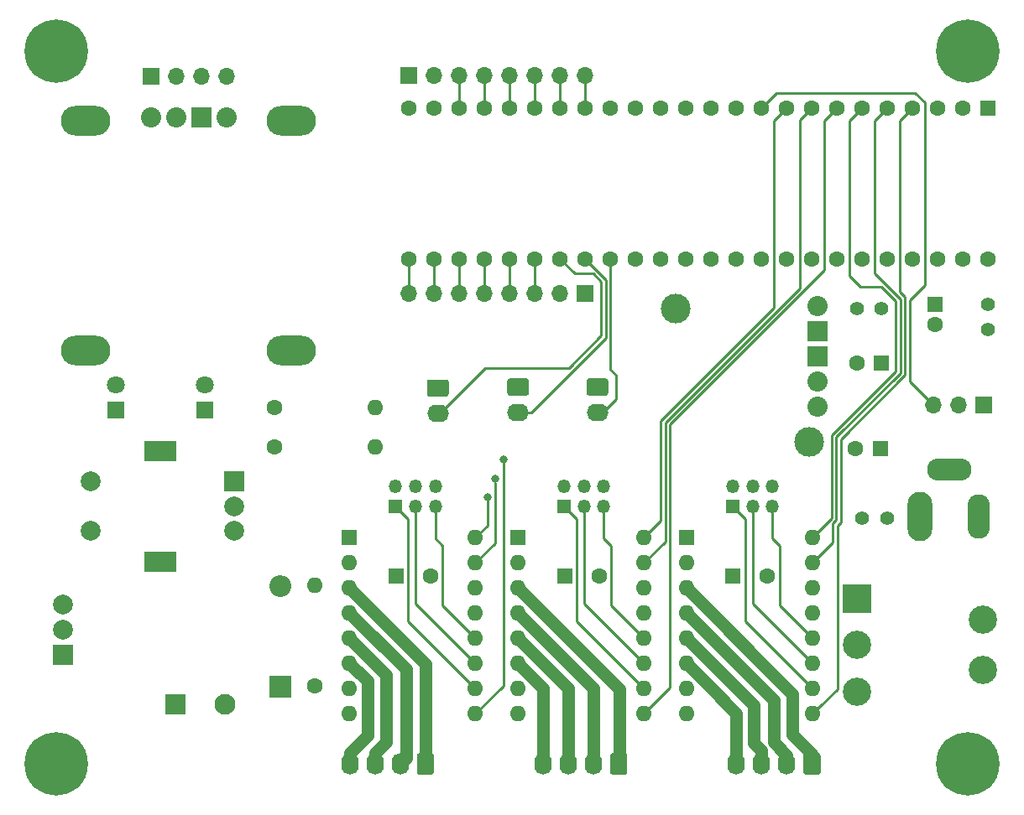
<source format=gbr>
%TF.GenerationSoftware,KiCad,Pcbnew,(5.1.6)-1*%
%TF.CreationDate,2020-11-25T15:39:46-05:00*%
%TF.ProjectId,CNC_Board,434e435f-426f-4617-9264-2e6b69636164,rev?*%
%TF.SameCoordinates,Original*%
%TF.FileFunction,Copper,L1,Top*%
%TF.FilePolarity,Positive*%
%FSLAX46Y46*%
G04 Gerber Fmt 4.6, Leading zero omitted, Abs format (unit mm)*
G04 Created by KiCad (PCBNEW (5.1.6)-1) date 2020-11-25 15:39:46*
%MOMM*%
%LPD*%
G01*
G04 APERTURE LIST*
%TA.AperFunction,ComponentPad*%
%ADD10O,5.000000X3.000000*%
%TD*%
%TA.AperFunction,ComponentPad*%
%ADD11C,2.040000*%
%TD*%
%TA.AperFunction,ComponentPad*%
%ADD12R,2.040000X2.040000*%
%TD*%
%TA.AperFunction,ComponentPad*%
%ADD13C,1.600000*%
%TD*%
%TA.AperFunction,ComponentPad*%
%ADD14R,1.600000X1.600000*%
%TD*%
%TA.AperFunction,ComponentPad*%
%ADD15C,3.000000*%
%TD*%
%TA.AperFunction,ComponentPad*%
%ADD16C,6.400000*%
%TD*%
%TA.AperFunction,ComponentPad*%
%ADD17R,2.000000X2.000000*%
%TD*%
%TA.AperFunction,ComponentPad*%
%ADD18C,2.000000*%
%TD*%
%TA.AperFunction,ComponentPad*%
%ADD19R,3.200000X2.000000*%
%TD*%
%TA.AperFunction,ComponentPad*%
%ADD20C,2.850000*%
%TD*%
%TA.AperFunction,ComponentPad*%
%ADD21R,2.850000X2.850000*%
%TD*%
%TA.AperFunction,ComponentPad*%
%ADD22O,1.600000X1.600000*%
%TD*%
%TA.AperFunction,ComponentPad*%
%ADD23O,1.700000X1.700000*%
%TD*%
%TA.AperFunction,ComponentPad*%
%ADD24R,1.700000X1.700000*%
%TD*%
%TA.AperFunction,ComponentPad*%
%ADD25O,1.740000X2.190000*%
%TD*%
%TA.AperFunction,ComponentPad*%
%ADD26C,2.100000*%
%TD*%
%TA.AperFunction,ComponentPad*%
%ADD27R,2.100000X2.100000*%
%TD*%
%TA.AperFunction,ComponentPad*%
%ADD28O,1.350000X1.350000*%
%TD*%
%TA.AperFunction,ComponentPad*%
%ADD29R,1.350000X1.350000*%
%TD*%
%TA.AperFunction,ComponentPad*%
%ADD30O,4.500000X2.250000*%
%TD*%
%TA.AperFunction,ComponentPad*%
%ADD31O,2.250000X4.500000*%
%TD*%
%TA.AperFunction,ComponentPad*%
%ADD32O,2.500000X5.000000*%
%TD*%
%TA.AperFunction,ComponentPad*%
%ADD33O,2.190000X1.740000*%
%TD*%
%TA.AperFunction,ComponentPad*%
%ADD34O,2.200000X2.200000*%
%TD*%
%TA.AperFunction,ComponentPad*%
%ADD35R,2.200000X2.200000*%
%TD*%
%TA.AperFunction,ComponentPad*%
%ADD36C,1.800000*%
%TD*%
%TA.AperFunction,ComponentPad*%
%ADD37R,1.800000X1.800000*%
%TD*%
%TA.AperFunction,ComponentPad*%
%ADD38C,1.400000*%
%TD*%
%TA.AperFunction,ViaPad*%
%ADD39C,0.800000*%
%TD*%
%TA.AperFunction,Conductor*%
%ADD40C,0.250000*%
%TD*%
%TA.AperFunction,Conductor*%
%ADD41C,1.250000*%
%TD*%
G04 APERTURE END LIST*
D10*
%TO.P,U3,MP*%
%TO.N,N/C*%
X98000000Y-108250000D03*
X118700000Y-108250000D03*
X98000000Y-85050000D03*
X118700000Y-85050000D03*
D11*
%TO.P,U3,4*%
%TO.N,I2C_SDA*%
X104580000Y-84700000D03*
%TO.P,U3,3*%
%TO.N,I2C_SCL*%
X107120000Y-84700000D03*
D12*
%TO.P,U3,2*%
%TO.N,GND*%
X109660000Y-84700000D03*
D11*
%TO.P,U3,1*%
%TO.N,3.3_V*%
X112200000Y-84700000D03*
%TD*%
D13*
%TO.P,U1,17*%
%TO.N,D25*%
X148360000Y-83780000D03*
%TO.P,U1,18*%
%TO.N,D26_TX1*%
X145820000Y-83780000D03*
%TO.P,U1,19*%
%TO.N,D27_RX1*%
X143280000Y-83780000D03*
%TO.P,U1,20*%
%TO.N,D28*%
X140740000Y-83780000D03*
%TO.P,U1,16*%
%TO.N,Net-(U1-Pad16)*%
X150900000Y-83780000D03*
%TO.P,U1,15*%
%TO.N,Net-(U1-Pad15)*%
X153440000Y-83780000D03*
%TO.P,U1,14*%
%TO.N,Rot_B*%
X155980000Y-83780000D03*
%TO.P,U1,21*%
%TO.N,D29_PWM*%
X138200000Y-83780000D03*
%TO.P,U1,22*%
%TO.N,D30_PWM*%
X135660000Y-83780000D03*
%TO.P,U1,23*%
%TO.N,Net-(U1-Pad23)*%
X133120000Y-83780000D03*
%TO.P,U1,24*%
%TO.N,Net-(U1-Pad24)*%
X130580000Y-83780000D03*
%TO.P,U1,30*%
%TO.N,A14_TX5*%
X130580000Y-99020000D03*
%TO.P,U1,31*%
%TO.N,A15_RX5*%
X133120000Y-99020000D03*
%TO.P,U1,32*%
%TO.N,A16_PWM*%
X135660000Y-99020000D03*
%TO.P,U1,33*%
%TO.N,A17_PWM*%
X138200000Y-99020000D03*
%TO.P,U1,34*%
%TO.N,A18_PWM_SDL1*%
X140740000Y-99020000D03*
%TO.P,U1,35*%
%TO.N,A19_PWM_SDA1*%
X143280000Y-99020000D03*
%TO.P,U1,36*%
%TO.N,Limit_1*%
X145820000Y-99020000D03*
%TO.P,U1,37*%
%TO.N,Limit_2*%
X148360000Y-99020000D03*
%TO.P,U1,13*%
%TO.N,Rot_A*%
X158520000Y-83780000D03*
%TO.P,U1,12*%
%TO.N,Button*%
X161060000Y-83780000D03*
%TO.P,U1,11*%
%TO.N,Solenoid*%
X163600000Y-83780000D03*
%TO.P,U1,10*%
%TO.N,Servo_PWM*%
X166140000Y-83780000D03*
%TO.P,U1,9*%
%TO.N,DIRECTION_2*%
X168680000Y-83780000D03*
%TO.P,U1,8*%
%TO.N,STEP_2*%
X171220000Y-83780000D03*
%TO.P,U1,7*%
%TO.N,ENABLE_2*%
X173760000Y-83780000D03*
%TO.P,U1,6*%
%TO.N,DIRECTION_1*%
X176300000Y-83780000D03*
%TO.P,U1,5*%
%TO.N,STEP_1*%
X178840000Y-83780000D03*
%TO.P,U1,4*%
%TO.N,ENABLE_1*%
X181380000Y-83780000D03*
%TO.P,U1,3*%
%TO.N,Net-(U1-Pad3)*%
X183920000Y-83780000D03*
%TO.P,U1,2*%
%TO.N,Net-(U1-Pad2)*%
X186460000Y-83780000D03*
D14*
%TO.P,U1,1*%
%TO.N,GND*%
X189000000Y-83780000D03*
D13*
%TO.P,U1,38*%
%TO.N,Limit_3*%
X150900000Y-99020000D03*
%TO.P,U1,39*%
%TO.N,GND*%
X153440000Y-99020000D03*
%TO.P,U1,40*%
%TO.N,Green_LED*%
X155980000Y-99020000D03*
%TO.P,U1,41*%
%TO.N,Red_LED*%
X158520000Y-99020000D03*
%TO.P,U1,42*%
%TO.N,Net-(U1-Pad42)*%
X161060000Y-99020000D03*
%TO.P,U1,43*%
%TO.N,I2C_SCL*%
X163600000Y-99020000D03*
%TO.P,U1,44*%
%TO.N,I2C_SDA*%
X166140000Y-99020000D03*
%TO.P,U1,45*%
%TO.N,Net-(U1-Pad45)*%
X168680000Y-99020000D03*
%TO.P,U1,46*%
%TO.N,Net-(U1-Pad46)*%
X171220000Y-99020000D03*
%TO.P,U1,47*%
%TO.N,Net-(U1-Pad47)*%
X173760000Y-99020000D03*
%TO.P,U1,48*%
%TO.N,ENABLE_3*%
X176300000Y-99020000D03*
%TO.P,U1,49*%
%TO.N,STEP_3*%
X178840000Y-99020000D03*
%TO.P,U1,50*%
%TO.N,DIRECTION_3*%
X181380000Y-99020000D03*
%TO.P,U1,51*%
%TO.N,3.3_V*%
X183920000Y-99020000D03*
%TO.P,U1,52*%
%TO.N,GND*%
X186460000Y-99020000D03*
%TO.P,U1,53*%
%TO.N,5_V*%
X189000000Y-99020000D03*
%TD*%
D15*
%TO.P,5V Reg,M*%
%TO.N,N/C*%
X171000000Y-117500000D03*
X157500000Y-104000000D03*
D11*
%TO.P,5V Reg,5*%
%TO.N,5_V*%
X171830000Y-103810000D03*
D12*
%TO.P,5V Reg,4*%
%TO.N,GND*%
X171830000Y-106350000D03*
%TO.P,5V Reg,3*%
X171830000Y-108890000D03*
D11*
%TO.P,5V Reg,2*%
%TO.N,12_V*%
X171830000Y-111430000D03*
%TO.P,5V Reg,1*%
%TO.N,Net-(U2-Pad1)*%
X171830000Y-113970000D03*
%TD*%
D16*
%TO.P,REF\u002A\u002A,1*%
%TO.N,N/C*%
X95000000Y-78000000D03*
%TD*%
%TO.P,REF\u002A\u002A,1*%
%TO.N,N/C*%
X95000000Y-150000000D03*
%TD*%
%TO.P,REF\u002A\u002A,1*%
%TO.N,N/C*%
X187000000Y-78000000D03*
%TD*%
%TO.P,REF\u002A\u002A,1*%
%TO.N,N/C*%
X187000000Y-150000000D03*
%TD*%
D13*
%TO.P,C3,2*%
%TO.N,GND*%
X132800000Y-131000000D03*
D14*
%TO.P,C3,1*%
%TO.N,12_V*%
X129300000Y-131000000D03*
%TD*%
D13*
%TO.P,C2,2*%
%TO.N,GND*%
X149800000Y-131000000D03*
D14*
%TO.P,C2,1*%
%TO.N,12_V*%
X146300000Y-131000000D03*
%TD*%
D13*
%TO.P,C1,2*%
%TO.N,GND*%
X166750000Y-131000000D03*
D14*
%TO.P,C1,1*%
%TO.N,12_V*%
X163250000Y-131000000D03*
%TD*%
D17*
%TO.P,SW1,A*%
%TO.N,Rot_A*%
X113000000Y-121500000D03*
D18*
%TO.P,SW1,C*%
%TO.N,GND*%
X113000000Y-124000000D03*
%TO.P,SW1,B*%
%TO.N,Rot_B*%
X113000000Y-126500000D03*
D19*
%TO.P,SW1,MP*%
%TO.N,N/C*%
X105500000Y-118400000D03*
X105500000Y-129600000D03*
D18*
%TO.P,SW1,S2*%
%TO.N,GND*%
X98500000Y-121500000D03*
%TO.P,SW1,S1*%
%TO.N,Button*%
X98500000Y-126500000D03*
%TD*%
D20*
%TO.P,S1,4*%
%TO.N,Net-(S1-Pad4)*%
X188500000Y-140540000D03*
X188500000Y-135460000D03*
%TO.P,S1,3*%
%TO.N,Net-(S1-Pad3)*%
X175800000Y-142700000D03*
%TO.P,S1,2*%
%TO.N,Net-(J7-Pad1)*%
X175800000Y-138000000D03*
D21*
%TO.P,S1,1*%
%TO.N,12_V*%
X175800000Y-133300000D03*
%TD*%
D22*
%TO.P,R3,2*%
%TO.N,GND*%
X121100000Y-131990000D03*
D13*
%TO.P,R3,1*%
%TO.N,Solenoid*%
X121100000Y-142150000D03*
%TD*%
D22*
%TO.P,R2,2*%
%TO.N,Green_LED*%
X127160000Y-118000000D03*
D13*
%TO.P,R2,1*%
%TO.N,Net-(D2-Pad2)*%
X117000000Y-118000000D03*
%TD*%
D22*
%TO.P,R1,2*%
%TO.N,Red_LED*%
X127160000Y-114000000D03*
D13*
%TO.P,R1,1*%
%TO.N,Net-(D1-Pad2)*%
X117000000Y-114000000D03*
%TD*%
D18*
%TO.P,Q1,3*%
%TO.N,GND*%
X95700000Y-133920000D03*
%TO.P,Q1,2*%
%TO.N,Net-(D3-Pad2)*%
X95700000Y-136460000D03*
D17*
%TO.P,Q1,1*%
%TO.N,Solenoid*%
X95700000Y-139000000D03*
%TD*%
D23*
%TO.P,J14,3*%
%TO.N,Servo_PWM*%
X183500000Y-113750000D03*
%TO.P,J14,2*%
%TO.N,5_V*%
X186040000Y-113750000D03*
D24*
%TO.P,J14,1*%
%TO.N,GND*%
X188580000Y-113750000D03*
%TD*%
D25*
%TO.P,J13,4*%
%TO.N,Net-(A3-Pad6)*%
X124630000Y-150000000D03*
%TO.P,J13,3*%
%TO.N,Net-(A3-Pad5)*%
X127170000Y-150000000D03*
%TO.P,J13,2*%
%TO.N,Net-(A3-Pad4)*%
X129710000Y-150000000D03*
%TO.P,J13,1*%
%TO.N,Net-(A3-Pad3)*%
%TA.AperFunction,ComponentPad*%
G36*
G01*
X133120000Y-149154999D02*
X133120000Y-150845001D01*
G75*
G02*
X132870001Y-151095000I-249999J0D01*
G01*
X131629999Y-151095000D01*
G75*
G02*
X131380000Y-150845001I0J249999D01*
G01*
X131380000Y-149154999D01*
G75*
G02*
X131629999Y-148905000I249999J0D01*
G01*
X132870001Y-148905000D01*
G75*
G02*
X133120000Y-149154999I0J-249999D01*
G01*
G37*
%TD.AperFunction*%
%TD*%
D26*
%TO.P,J15,2*%
%TO.N,Net-(D3-Pad2)*%
X112000000Y-144000000D03*
D27*
%TO.P,J15,1*%
%TO.N,12_V*%
X107000000Y-144000000D03*
%TD*%
D28*
%TO.P,J12,6*%
%TO.N,3.3_V*%
X133250000Y-122000000D03*
%TO.P,J12,5*%
%TO.N,Net-(A3-Pad12)*%
X133250000Y-124000000D03*
%TO.P,J12,4*%
%TO.N,3.3_V*%
X131250000Y-122000000D03*
%TO.P,J12,3*%
%TO.N,Net-(A3-Pad11)*%
X131250000Y-124000000D03*
%TO.P,J12,2*%
%TO.N,3.3_V*%
X129250000Y-122000000D03*
D29*
%TO.P,J12,1*%
%TO.N,Net-(A3-Pad10)*%
X129250000Y-124000000D03*
%TD*%
D25*
%TO.P,J11,4*%
%TO.N,Net-(A2-Pad6)*%
X144130000Y-150000000D03*
%TO.P,J11,3*%
%TO.N,Net-(A2-Pad5)*%
X146670000Y-150000000D03*
%TO.P,J11,2*%
%TO.N,Net-(A2-Pad4)*%
X149210000Y-150000000D03*
%TO.P,J11,1*%
%TO.N,Net-(A2-Pad3)*%
%TA.AperFunction,ComponentPad*%
G36*
G01*
X152620000Y-149154999D02*
X152620000Y-150845001D01*
G75*
G02*
X152370001Y-151095000I-249999J0D01*
G01*
X151129999Y-151095000D01*
G75*
G02*
X150880000Y-150845001I0J249999D01*
G01*
X150880000Y-149154999D01*
G75*
G02*
X151129999Y-148905000I249999J0D01*
G01*
X152370001Y-148905000D01*
G75*
G02*
X152620000Y-149154999I0J-249999D01*
G01*
G37*
%TD.AperFunction*%
%TD*%
D28*
%TO.P,J10,6*%
%TO.N,3.3_V*%
X150250000Y-122000000D03*
%TO.P,J10,5*%
%TO.N,Net-(A2-Pad12)*%
X150250000Y-124000000D03*
%TO.P,J10,4*%
%TO.N,3.3_V*%
X148250000Y-122000000D03*
%TO.P,J10,3*%
%TO.N,Net-(A2-Pad11)*%
X148250000Y-124000000D03*
%TO.P,J10,2*%
%TO.N,3.3_V*%
X146250000Y-122000000D03*
D29*
%TO.P,J10,1*%
%TO.N,Net-(A2-Pad10)*%
X146250000Y-124000000D03*
%TD*%
D25*
%TO.P,J9,4*%
%TO.N,Net-(A1-Pad6)*%
X163630000Y-150000000D03*
%TO.P,J9,3*%
%TO.N,Net-(A1-Pad5)*%
X166170000Y-150000000D03*
%TO.P,J9,2*%
%TO.N,Net-(A1-Pad4)*%
X168710000Y-150000000D03*
%TO.P,J9,1*%
%TO.N,Net-(A1-Pad3)*%
%TA.AperFunction,ComponentPad*%
G36*
G01*
X172120000Y-149154999D02*
X172120000Y-150845001D01*
G75*
G02*
X171870001Y-151095000I-249999J0D01*
G01*
X170629999Y-151095000D01*
G75*
G02*
X170380000Y-150845001I0J249999D01*
G01*
X170380000Y-149154999D01*
G75*
G02*
X170629999Y-148905000I249999J0D01*
G01*
X171870001Y-148905000D01*
G75*
G02*
X172120000Y-149154999I0J-249999D01*
G01*
G37*
%TD.AperFunction*%
%TD*%
D28*
%TO.P,J8,6*%
%TO.N,3.3_V*%
X167250000Y-122000000D03*
%TO.P,J8,5*%
%TO.N,Net-(A1-Pad12)*%
X167250000Y-124000000D03*
%TO.P,J8,4*%
%TO.N,3.3_V*%
X165250000Y-122000000D03*
%TO.P,J8,3*%
%TO.N,Net-(A1-Pad11)*%
X165250000Y-124000000D03*
%TO.P,J8,2*%
%TO.N,3.3_V*%
X163250000Y-122000000D03*
D29*
%TO.P,J8,1*%
%TO.N,Net-(A1-Pad10)*%
X163250000Y-124000000D03*
%TD*%
D30*
%TO.P,J7,3*%
%TO.N,Net-(J7-Pad3)*%
X185100000Y-120300000D03*
D31*
%TO.P,J7,2*%
%TO.N,GND*%
X188100000Y-125000000D03*
D32*
%TO.P,J7,1*%
%TO.N,Net-(J7-Pad1)*%
X182100000Y-125000000D03*
%TD*%
D33*
%TO.P,J6,2*%
%TO.N,Limit_3*%
X149600000Y-114490000D03*
%TO.P,J6,1*%
%TO.N,GND*%
%TA.AperFunction,ComponentPad*%
G36*
G01*
X148754999Y-111080000D02*
X150445001Y-111080000D01*
G75*
G02*
X150695000Y-111329999I0J-249999D01*
G01*
X150695000Y-112570001D01*
G75*
G02*
X150445001Y-112820000I-249999J0D01*
G01*
X148754999Y-112820000D01*
G75*
G02*
X148505000Y-112570001I0J249999D01*
G01*
X148505000Y-111329999D01*
G75*
G02*
X148754999Y-111080000I249999J0D01*
G01*
G37*
%TD.AperFunction*%
%TD*%
%TO.P,J5,2*%
%TO.N,Limit_2*%
X141600000Y-114490000D03*
%TO.P,J5,1*%
%TO.N,GND*%
%TA.AperFunction,ComponentPad*%
G36*
G01*
X140754999Y-111080000D02*
X142445001Y-111080000D01*
G75*
G02*
X142695000Y-111329999I0J-249999D01*
G01*
X142695000Y-112570001D01*
G75*
G02*
X142445001Y-112820000I-249999J0D01*
G01*
X140754999Y-112820000D01*
G75*
G02*
X140505000Y-112570001I0J249999D01*
G01*
X140505000Y-111329999D01*
G75*
G02*
X140754999Y-111080000I249999J0D01*
G01*
G37*
%TD.AperFunction*%
%TD*%
%TO.P,J4,2*%
%TO.N,Limit_1*%
X133500000Y-114590000D03*
%TO.P,J4,1*%
%TO.N,GND*%
%TA.AperFunction,ComponentPad*%
G36*
G01*
X132654999Y-111180000D02*
X134345001Y-111180000D01*
G75*
G02*
X134595000Y-111429999I0J-249999D01*
G01*
X134595000Y-112670001D01*
G75*
G02*
X134345001Y-112920000I-249999J0D01*
G01*
X132654999Y-112920000D01*
G75*
G02*
X132405000Y-112670001I0J249999D01*
G01*
X132405000Y-111429999D01*
G75*
G02*
X132654999Y-111180000I249999J0D01*
G01*
G37*
%TD.AperFunction*%
%TD*%
D23*
%TO.P,J3,4*%
%TO.N,3.3_V*%
X112220000Y-80550000D03*
%TO.P,J3,3*%
%TO.N,GND*%
X109680000Y-80550000D03*
%TO.P,J3,2*%
%TO.N,I2C_SCL*%
X107140000Y-80550000D03*
D24*
%TO.P,J3,1*%
%TO.N,I2C_SDA*%
X104600000Y-80550000D03*
%TD*%
D23*
%TO.P,J2,8*%
%TO.N,D25*%
X148340000Y-80500000D03*
%TO.P,J2,7*%
%TO.N,D26_TX1*%
X145800000Y-80500000D03*
%TO.P,J2,6*%
%TO.N,D27_RX1*%
X143260000Y-80500000D03*
%TO.P,J2,5*%
%TO.N,D28*%
X140720000Y-80500000D03*
%TO.P,J2,4*%
%TO.N,D29_PWM*%
X138180000Y-80500000D03*
%TO.P,J2,3*%
%TO.N,D30_PWM*%
X135640000Y-80500000D03*
%TO.P,J2,2*%
%TO.N,3.3_V*%
X133100000Y-80500000D03*
D24*
%TO.P,J2,1*%
%TO.N,GND*%
X130560000Y-80500000D03*
%TD*%
D23*
%TO.P,J1,8*%
%TO.N,A14_TX5*%
X130540000Y-102500000D03*
%TO.P,J1,7*%
%TO.N,A15_RX5*%
X133080000Y-102500000D03*
%TO.P,J1,6*%
%TO.N,A16_PWM*%
X135620000Y-102500000D03*
%TO.P,J1,5*%
%TO.N,A17_PWM*%
X138160000Y-102500000D03*
%TO.P,J1,4*%
%TO.N,A18_PWM_SDL1*%
X140700000Y-102500000D03*
%TO.P,J1,3*%
%TO.N,A19_PWM_SDA1*%
X143240000Y-102500000D03*
%TO.P,J1,2*%
%TO.N,3.3_V*%
X145780000Y-102500000D03*
D24*
%TO.P,J1,1*%
%TO.N,GND*%
X148320000Y-102500000D03*
%TD*%
D34*
%TO.P,D3,2*%
%TO.N,Net-(D3-Pad2)*%
X117600000Y-132040000D03*
D35*
%TO.P,D3,1*%
%TO.N,12_V*%
X117600000Y-142200000D03*
%TD*%
D36*
%TO.P,D2,2*%
%TO.N,Net-(D2-Pad2)*%
X101000000Y-111760000D03*
D37*
%TO.P,D2,1*%
%TO.N,GND*%
X101000000Y-114300000D03*
%TD*%
D36*
%TO.P,D1,2*%
%TO.N,Net-(D1-Pad2)*%
X110000000Y-111760000D03*
D37*
%TO.P,D1,1*%
%TO.N,GND*%
X110000000Y-114300000D03*
%TD*%
D38*
%TO.P,C9,2*%
%TO.N,GND*%
X175750000Y-104000000D03*
%TO.P,C9,1*%
%TO.N,5_V*%
X178250000Y-104000000D03*
%TD*%
D13*
%TO.P,C8,2*%
%TO.N,GND*%
X175750000Y-109500000D03*
D14*
%TO.P,C8,1*%
%TO.N,5_V*%
X178250000Y-109500000D03*
%TD*%
D38*
%TO.P,C7,2*%
%TO.N,GND*%
X176300000Y-125200000D03*
%TO.P,C7,1*%
%TO.N,12_V*%
X178800000Y-125200000D03*
%TD*%
D13*
%TO.P,C6,2*%
%TO.N,GND*%
X183650000Y-105600000D03*
D14*
%TO.P,C6,1*%
%TO.N,5_V*%
X183650000Y-103600000D03*
%TD*%
D13*
%TO.P,C5,2*%
%TO.N,GND*%
X175650000Y-118200000D03*
D14*
%TO.P,C5,1*%
%TO.N,12_V*%
X178150000Y-118200000D03*
%TD*%
D38*
%TO.P,C4,2*%
%TO.N,GND*%
X188950000Y-106100000D03*
%TO.P,C4,1*%
%TO.N,5_V*%
X188950000Y-103600000D03*
%TD*%
D22*
%TO.P,A3,16*%
%TO.N,DIRECTION_3*%
X137300000Y-127150000D03*
%TO.P,A3,8*%
%TO.N,12_V*%
X124600000Y-144930000D03*
%TO.P,A3,15*%
%TO.N,STEP_3*%
X137300000Y-129690000D03*
%TO.P,A3,7*%
%TO.N,GND*%
X124600000Y-142390000D03*
%TO.P,A3,14*%
%TO.N,3.3_V*%
X137300000Y-132230000D03*
%TO.P,A3,6*%
%TO.N,Net-(A3-Pad6)*%
X124600000Y-139850000D03*
%TO.P,A3,13*%
%TO.N,3.3_V*%
X137300000Y-134770000D03*
%TO.P,A3,5*%
%TO.N,Net-(A3-Pad5)*%
X124600000Y-137310000D03*
%TO.P,A3,12*%
%TO.N,Net-(A3-Pad12)*%
X137300000Y-137310000D03*
%TO.P,A3,4*%
%TO.N,Net-(A3-Pad4)*%
X124600000Y-134770000D03*
%TO.P,A3,11*%
%TO.N,Net-(A3-Pad11)*%
X137300000Y-139850000D03*
%TO.P,A3,3*%
%TO.N,Net-(A3-Pad3)*%
X124600000Y-132230000D03*
%TO.P,A3,10*%
%TO.N,Net-(A3-Pad10)*%
X137300000Y-142390000D03*
%TO.P,A3,2*%
%TO.N,Net-(A3-Pad2)*%
X124600000Y-129690000D03*
%TO.P,A3,9*%
%TO.N,ENABLE_3*%
X137300000Y-144930000D03*
D14*
%TO.P,A3,1*%
%TO.N,GND*%
X124600000Y-127150000D03*
%TD*%
D22*
%TO.P,A2,16*%
%TO.N,DIRECTION_2*%
X154300000Y-127150000D03*
%TO.P,A2,8*%
%TO.N,12_V*%
X141600000Y-144930000D03*
%TO.P,A2,15*%
%TO.N,STEP_2*%
X154300000Y-129690000D03*
%TO.P,A2,7*%
%TO.N,GND*%
X141600000Y-142390000D03*
%TO.P,A2,14*%
%TO.N,3.3_V*%
X154300000Y-132230000D03*
%TO.P,A2,6*%
%TO.N,Net-(A2-Pad6)*%
X141600000Y-139850000D03*
%TO.P,A2,13*%
%TO.N,3.3_V*%
X154300000Y-134770000D03*
%TO.P,A2,5*%
%TO.N,Net-(A2-Pad5)*%
X141600000Y-137310000D03*
%TO.P,A2,12*%
%TO.N,Net-(A2-Pad12)*%
X154300000Y-137310000D03*
%TO.P,A2,4*%
%TO.N,Net-(A2-Pad4)*%
X141600000Y-134770000D03*
%TO.P,A2,11*%
%TO.N,Net-(A2-Pad11)*%
X154300000Y-139850000D03*
%TO.P,A2,3*%
%TO.N,Net-(A2-Pad3)*%
X141600000Y-132230000D03*
%TO.P,A2,10*%
%TO.N,Net-(A2-Pad10)*%
X154300000Y-142390000D03*
%TO.P,A2,2*%
%TO.N,Net-(A2-Pad2)*%
X141600000Y-129690000D03*
%TO.P,A2,9*%
%TO.N,ENABLE_2*%
X154300000Y-144930000D03*
D14*
%TO.P,A2,1*%
%TO.N,GND*%
X141600000Y-127150000D03*
%TD*%
D22*
%TO.P,A1,16*%
%TO.N,DIRECTION_1*%
X171300000Y-127150000D03*
%TO.P,A1,8*%
%TO.N,12_V*%
X158600000Y-144930000D03*
%TO.P,A1,15*%
%TO.N,STEP_1*%
X171300000Y-129690000D03*
%TO.P,A1,7*%
%TO.N,GND*%
X158600000Y-142390000D03*
%TO.P,A1,14*%
%TO.N,3.3_V*%
X171300000Y-132230000D03*
%TO.P,A1,6*%
%TO.N,Net-(A1-Pad6)*%
X158600000Y-139850000D03*
%TO.P,A1,13*%
%TO.N,3.3_V*%
X171300000Y-134770000D03*
%TO.P,A1,5*%
%TO.N,Net-(A1-Pad5)*%
X158600000Y-137310000D03*
%TO.P,A1,12*%
%TO.N,Net-(A1-Pad12)*%
X171300000Y-137310000D03*
%TO.P,A1,4*%
%TO.N,Net-(A1-Pad4)*%
X158600000Y-134770000D03*
%TO.P,A1,11*%
%TO.N,Net-(A1-Pad11)*%
X171300000Y-139850000D03*
%TO.P,A1,3*%
%TO.N,Net-(A1-Pad3)*%
X158600000Y-132230000D03*
%TO.P,A1,10*%
%TO.N,Net-(A1-Pad10)*%
X171300000Y-142390000D03*
%TO.P,A1,2*%
%TO.N,Net-(A1-Pad2)*%
X158600000Y-129690000D03*
%TO.P,A1,9*%
%TO.N,ENABLE_1*%
X171300000Y-144930000D03*
D14*
%TO.P,A1,1*%
%TO.N,GND*%
X158600000Y-127150000D03*
%TD*%
D39*
%TO.N,ENABLE_3*%
X140100000Y-119300000D03*
%TO.N,STEP_3*%
X139300000Y-121200000D03*
%TO.N,DIRECTION_3*%
X138500000Y-123100000D03*
%TD*%
D40*
%TO.N,DIRECTION_1*%
X175000000Y-85080000D02*
X175000000Y-85900000D01*
X176300000Y-83780000D02*
X175000000Y-85080000D01*
X175000000Y-85590000D02*
X175000000Y-85900000D01*
X173250000Y-125200000D02*
X171300000Y-127150000D01*
X173250000Y-116827180D02*
X173250000Y-125200000D01*
X179699978Y-110377202D02*
X173250000Y-116827180D01*
X175000000Y-85900000D02*
X175000000Y-100700000D01*
X175000000Y-100700000D02*
X176100000Y-101800000D01*
X176100000Y-101800000D02*
X178200000Y-101800000D01*
X178200000Y-101800000D02*
X179699978Y-103299978D01*
X179699978Y-103299978D02*
X179699978Y-110377202D01*
%TO.N,STEP_1*%
X177600000Y-85020000D02*
X177600000Y-85700000D01*
X178840000Y-83780000D02*
X177600000Y-85020000D01*
X177600000Y-85700000D02*
X177600000Y-85530000D01*
X173700011Y-125386400D02*
X173700011Y-117013579D01*
X173350011Y-125736400D02*
X173700011Y-125386400D01*
X173700011Y-117013579D02*
X180149989Y-110563602D01*
X177600000Y-100500000D02*
X177600000Y-85700000D01*
X171300000Y-129690000D02*
X173350011Y-127639989D01*
X180149989Y-103049989D02*
X177600000Y-100500000D01*
X173350011Y-127639989D02*
X173350011Y-125736400D01*
X180149989Y-110563602D02*
X180149989Y-103049989D01*
D41*
%TO.N,Net-(A1-Pad6)*%
X163630000Y-150000000D02*
X163630000Y-144880000D01*
X160800000Y-142050000D02*
X158600000Y-139850000D01*
X163630000Y-144880000D02*
X160800000Y-142050000D01*
%TO.N,Net-(A1-Pad5)*%
X162500000Y-141210000D02*
X158600000Y-137310000D01*
X166170000Y-148655000D02*
X165400000Y-147885000D01*
X166170000Y-150000000D02*
X166170000Y-148655000D01*
X165400000Y-144100000D02*
X162510000Y-141210000D01*
X162510000Y-141210000D02*
X162500000Y-141210000D01*
X165400000Y-147885000D02*
X165400000Y-144100000D01*
D40*
%TO.N,Net-(A1-Pad12)*%
X167250000Y-127250000D02*
X167250000Y-124000000D01*
X168000000Y-128000000D02*
X167250000Y-127250000D01*
X171300000Y-137310000D02*
X168000000Y-134010000D01*
X168000000Y-134010000D02*
X168000000Y-128000000D01*
D41*
%TO.N,Net-(A1-Pad4)*%
X167400000Y-143570000D02*
X162400000Y-138570000D01*
X167400000Y-147834377D02*
X167400000Y-143570000D01*
X168710000Y-150000000D02*
X168710000Y-149144377D01*
X162400000Y-138570000D02*
X158600000Y-134770000D01*
X168710000Y-149144377D02*
X167400000Y-147834377D01*
D40*
%TO.N,Net-(A1-Pad11)*%
X171300000Y-139850000D02*
X165250000Y-133800000D01*
X165250000Y-133800000D02*
X165250000Y-124000000D01*
D41*
%TO.N,Net-(A1-Pad3)*%
X169300000Y-142930000D02*
X158600000Y-132230000D01*
X169300000Y-147050000D02*
X169300000Y-142930000D01*
X171250000Y-150000000D02*
X171250000Y-149000000D01*
X171250000Y-149000000D02*
X169300000Y-147050000D01*
D40*
%TO.N,Net-(A1-Pad10)*%
X164500000Y-125250000D02*
X163250000Y-124000000D01*
X171300000Y-142390000D02*
X164500000Y-135590000D01*
X164500000Y-135590000D02*
X164500000Y-125250000D01*
%TO.N,ENABLE_1*%
X180600000Y-102800000D02*
X180600000Y-110750002D01*
X174150022Y-117199978D02*
X174150022Y-125572800D01*
X173800022Y-125922800D02*
X173800022Y-142429978D01*
X174150022Y-125572800D02*
X173800022Y-125922800D01*
X173800022Y-142429978D02*
X172099999Y-144130001D01*
X180100000Y-85060000D02*
X180100000Y-102300000D01*
X181380000Y-83780000D02*
X180100000Y-85060000D01*
X172099999Y-144130001D02*
X171300000Y-144930000D01*
X180600000Y-110750002D02*
X174150022Y-117199978D01*
X180100000Y-102300000D02*
X180600000Y-102800000D01*
D41*
%TO.N,Net-(A2-Pad6)*%
X144130000Y-142380000D02*
X141600000Y-139850000D01*
X144130000Y-150000000D02*
X144130000Y-142380000D01*
%TO.N,Net-(A2-Pad5)*%
X146670000Y-142380000D02*
X141600000Y-137310000D01*
X146670000Y-150000000D02*
X146670000Y-142380000D01*
D40*
%TO.N,Net-(A2-Pad12)*%
X150250000Y-127250000D02*
X150250000Y-124000000D01*
X151000000Y-128000000D02*
X150250000Y-127250000D01*
X154300000Y-137310000D02*
X151000000Y-134010000D01*
X151000000Y-134010000D02*
X151000000Y-128000000D01*
D41*
%TO.N,Net-(A2-Pad4)*%
X149210000Y-142380000D02*
X141600000Y-134770000D01*
X149210000Y-150000000D02*
X149210000Y-142380000D01*
D40*
%TO.N,Net-(A2-Pad11)*%
X154300000Y-139850000D02*
X148250000Y-133800000D01*
X148250000Y-133800000D02*
X148250000Y-124000000D01*
D41*
%TO.N,Net-(A2-Pad3)*%
X151750000Y-150000000D02*
X151800000Y-149950000D01*
X151800000Y-142430000D02*
X141600000Y-132230000D01*
X151800000Y-149950000D02*
X151800000Y-142430000D01*
D40*
%TO.N,Net-(A2-Pad10)*%
X147500000Y-125250000D02*
X146250000Y-124000000D01*
X154300000Y-142390000D02*
X147500000Y-135590000D01*
X147500000Y-135590000D02*
X147500000Y-125250000D01*
D41*
%TO.N,Net-(A3-Pad6)*%
X126400000Y-141650000D02*
X124600000Y-139850000D01*
X124630000Y-150000000D02*
X124630000Y-148870000D01*
X126400000Y-147100000D02*
X126400000Y-141650000D01*
X124630000Y-148870000D02*
X126400000Y-147100000D01*
%TO.N,Net-(A3-Pad5)*%
X128300000Y-141010000D02*
X124600000Y-137310000D01*
X128300000Y-147790000D02*
X128300000Y-141010000D01*
X127170000Y-150000000D02*
X127170000Y-148920000D01*
X127170000Y-148920000D02*
X128300000Y-147790000D01*
D40*
%TO.N,Net-(A3-Pad12)*%
X133250000Y-127250000D02*
X133250000Y-124000000D01*
X134000000Y-128000000D02*
X133250000Y-127250000D01*
X137300000Y-137310000D02*
X134000000Y-134010000D01*
X134000000Y-134010000D02*
X134000000Y-128000000D01*
D41*
%TO.N,Net-(A3-Pad4)*%
X130300000Y-140470000D02*
X124600000Y-134770000D01*
X129710000Y-150000000D02*
X130300000Y-149410000D01*
X130300000Y-149410000D02*
X130300000Y-140470000D01*
D40*
%TO.N,Net-(A3-Pad11)*%
X131250000Y-133800000D02*
X131250000Y-124000000D01*
X137300000Y-139850000D02*
X131250000Y-133800000D01*
D41*
%TO.N,Net-(A3-Pad3)*%
X132250000Y-139880000D02*
X124600000Y-132230000D01*
X132250000Y-150000000D02*
X132250000Y-139880000D01*
D40*
%TO.N,Net-(A3-Pad10)*%
X130500000Y-125250000D02*
X129250000Y-124000000D01*
X137300000Y-142390000D02*
X130500000Y-135590000D01*
X130500000Y-135590000D02*
X130500000Y-125250000D01*
%TO.N,A14_TX5*%
X130580000Y-102460000D02*
X130540000Y-102500000D01*
X130580000Y-99020000D02*
X130580000Y-102460000D01*
%TO.N,A15_RX5*%
X133120000Y-102460000D02*
X133080000Y-102500000D01*
X133120000Y-99020000D02*
X133120000Y-102460000D01*
%TO.N,A16_PWM*%
X135660000Y-102460000D02*
X135620000Y-102500000D01*
X135660000Y-99020000D02*
X135660000Y-102460000D01*
%TO.N,A17_PWM*%
X138200000Y-102460000D02*
X138160000Y-102500000D01*
X138200000Y-99020000D02*
X138200000Y-102460000D01*
%TO.N,A18_PWM_SDL1*%
X140740000Y-102460000D02*
X140700000Y-102500000D01*
X140740000Y-99020000D02*
X140740000Y-102460000D01*
%TO.N,A19_PWM_SDA1*%
X143280000Y-102460000D02*
X143240000Y-102500000D01*
X143280000Y-99020000D02*
X143280000Y-102460000D01*
%TO.N,D25*%
X148360000Y-80520000D02*
X148340000Y-80500000D01*
X148360000Y-83780000D02*
X148360000Y-80520000D01*
%TO.N,D27_RX1*%
X143280000Y-80520000D02*
X143260000Y-80500000D01*
X143280000Y-83780000D02*
X143280000Y-80520000D01*
%TO.N,D28*%
X140740000Y-80520000D02*
X140720000Y-80500000D01*
X140740000Y-83780000D02*
X140740000Y-80520000D01*
%TO.N,D29_PWM*%
X138200000Y-80520000D02*
X138180000Y-80500000D01*
X138200000Y-83780000D02*
X138200000Y-80520000D01*
%TO.N,D30_PWM*%
X135660000Y-80520000D02*
X135640000Y-80500000D01*
X135660000Y-83780000D02*
X135660000Y-80520000D01*
%TO.N,Limit_1*%
X133500000Y-114590000D02*
X133725000Y-114590000D01*
X149999978Y-101336388D02*
X149163590Y-100500000D01*
X147300000Y-100500000D02*
X145820000Y-99020000D01*
X149163590Y-100500000D02*
X147300000Y-100500000D01*
X138315000Y-110000000D02*
X146750000Y-110000000D01*
X146750000Y-110000000D02*
X149999978Y-106750022D01*
X133725000Y-114590000D02*
X138315000Y-110000000D01*
X149999978Y-106750022D02*
X149999978Y-101336388D01*
%TO.N,Limit_2*%
X148360000Y-99020000D02*
X150449989Y-101109989D01*
X150449989Y-106985011D02*
X142945000Y-114490000D01*
X142945000Y-114490000D02*
X141600000Y-114490000D01*
X150449989Y-101109989D02*
X150449989Y-106985011D01*
%TO.N,Limit_3*%
X151425000Y-99035000D02*
X151410000Y-99020000D01*
X151450000Y-110750000D02*
X150900000Y-110200000D01*
X151450000Y-113150000D02*
X151450000Y-110750000D01*
X150900000Y-110200000D02*
X150900000Y-99020000D01*
X149600000Y-114490000D02*
X150110000Y-114490000D01*
X150110000Y-114490000D02*
X151450000Y-113150000D01*
%TO.N,Servo_PWM*%
X166140000Y-83780000D02*
X167670000Y-82250000D01*
X167670000Y-82250000D02*
X168550000Y-82250000D01*
X168550000Y-82250000D02*
X168180000Y-82250000D01*
X181100000Y-111350000D02*
X181100000Y-103175000D01*
X182600000Y-83200000D02*
X181650000Y-82250000D01*
X183500000Y-113750000D02*
X181100000Y-111350000D01*
X181650000Y-82250000D02*
X168550000Y-82250000D01*
X182600000Y-101675000D02*
X182600000Y-83200000D01*
X181100000Y-103175000D02*
X182600000Y-101675000D01*
%TO.N,DIRECTION_2*%
X155999982Y-115327198D02*
X167400000Y-103927180D01*
X154300000Y-127150000D02*
X155999981Y-125450019D01*
X155999981Y-125450019D02*
X155999982Y-115327198D01*
X167400000Y-85060000D02*
X167400000Y-85900000D01*
X168680000Y-83780000D02*
X167400000Y-85060000D01*
X167400000Y-103927180D02*
X167400000Y-85900000D01*
X167400000Y-85900000D02*
X167400000Y-85570000D01*
%TO.N,STEP_2*%
X156449991Y-115513599D02*
X170000000Y-101963590D01*
X154300000Y-129690000D02*
X156449990Y-127540010D01*
X156449990Y-127540010D02*
X156449991Y-115513599D01*
X170000000Y-85000000D02*
X170000000Y-85900000D01*
X171220000Y-83780000D02*
X170000000Y-85000000D01*
X170000000Y-101963590D02*
X170000000Y-85900000D01*
X170000000Y-85900000D02*
X170000000Y-85510000D01*
%TO.N,ENABLE_2*%
X156900000Y-115700000D02*
X172500000Y-100100000D01*
X154300000Y-144930000D02*
X156900000Y-142330000D01*
X156900000Y-142330000D02*
X156900000Y-115700000D01*
X173760000Y-83780000D02*
X172500000Y-85040000D01*
X172500000Y-100100000D02*
X172500000Y-86000000D01*
X172500000Y-85040000D02*
X172500000Y-86000000D01*
X172500000Y-86000000D02*
X172500000Y-85550000D01*
%TO.N,ENABLE_3*%
X140100000Y-120100000D02*
X140100000Y-120100000D01*
X140100022Y-141329978D02*
X140100022Y-119300022D01*
X140100022Y-120100022D02*
X140100000Y-120100000D01*
X137300000Y-144930000D02*
X140100022Y-142129978D01*
X140100022Y-142129978D02*
X140100022Y-141329978D01*
%TO.N,STEP_3*%
X139300000Y-127690000D02*
X137300000Y-129690000D01*
X139300000Y-121600000D02*
X139300000Y-127690000D01*
%TO.N,DIRECTION_3*%
X137300000Y-127150000D02*
X138500000Y-125950000D01*
X138500000Y-125950000D02*
X138500000Y-125500000D01*
X138500000Y-125500000D02*
X138500000Y-123100000D01*
%TO.N,D26_TX1*%
X145820000Y-80520000D02*
X145800000Y-80500000D01*
X145820000Y-83780000D02*
X145820000Y-80520000D01*
%TD*%
M02*

</source>
